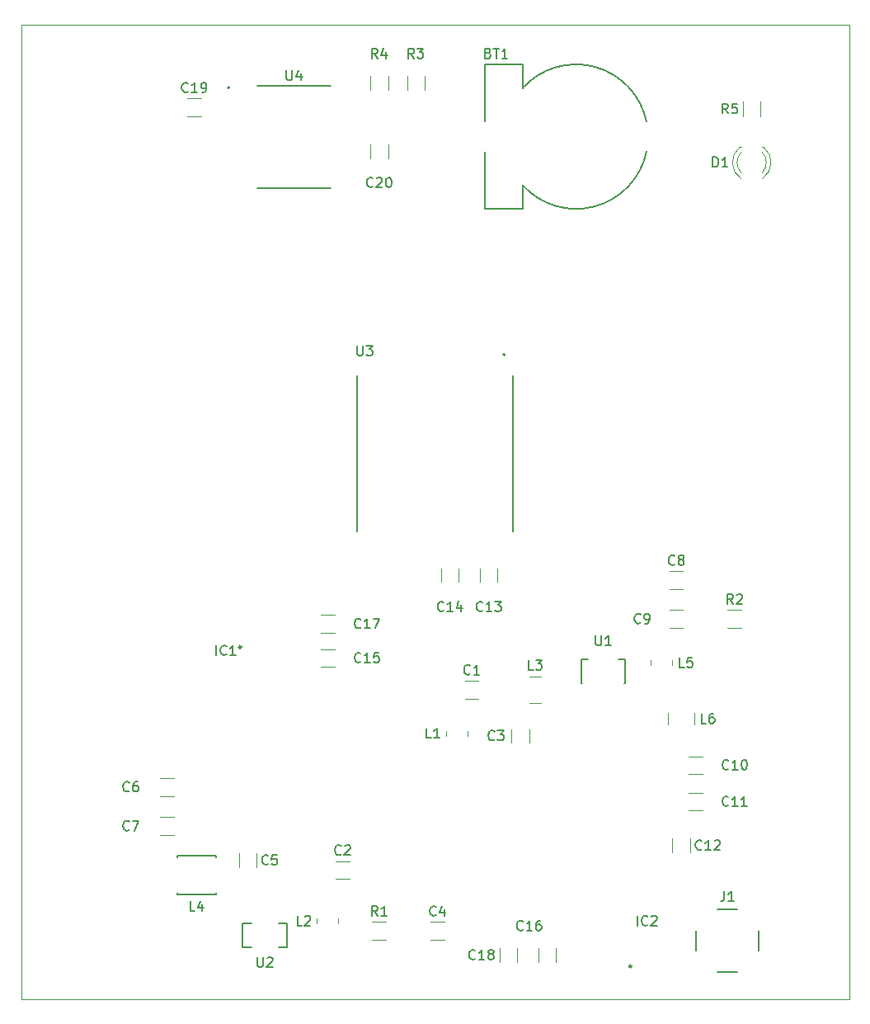
<source format=gbr>
%TF.GenerationSoftware,KiCad,Pcbnew,(6.0.7)*%
%TF.CreationDate,2022-10-30T05:00:52-05:00*%
%TF.ProjectId,GroundPCB,47726f75-6e64-4504-9342-2e6b69636164,1*%
%TF.SameCoordinates,Original*%
%TF.FileFunction,Legend,Top*%
%TF.FilePolarity,Positive*%
%FSLAX46Y46*%
G04 Gerber Fmt 4.6, Leading zero omitted, Abs format (unit mm)*
G04 Created by KiCad (PCBNEW (6.0.7)) date 2022-10-30 05:00:52*
%MOMM*%
%LPD*%
G01*
G04 APERTURE LIST*
%TA.AperFunction,Profile*%
%ADD10C,0.100000*%
%TD*%
%ADD11C,0.150000*%
%ADD12C,0.120000*%
%ADD13C,0.250000*%
%ADD14C,0.127000*%
%ADD15C,0.200000*%
%ADD16C,0.203200*%
G04 APERTURE END LIST*
D10*
X100000000Y-53500000D02*
X185000000Y-53500000D01*
X185000000Y-53500000D02*
X185000000Y-153500000D01*
X185000000Y-153500000D02*
X100000000Y-153500000D01*
X100000000Y-153500000D02*
X100000000Y-53500000D01*
D11*
%TO.C,L3*%
X152583333Y-119702380D02*
X152107142Y-119702380D01*
X152107142Y-118702380D01*
X152821428Y-118702380D02*
X153440476Y-118702380D01*
X153107142Y-119083333D01*
X153250000Y-119083333D01*
X153345238Y-119130952D01*
X153392857Y-119178571D01*
X153440476Y-119273809D01*
X153440476Y-119511904D01*
X153392857Y-119607142D01*
X153345238Y-119654761D01*
X153250000Y-119702380D01*
X152964285Y-119702380D01*
X152869047Y-119654761D01*
X152821428Y-119607142D01*
%TO.C,L1*%
X142083333Y-126702380D02*
X141607142Y-126702380D01*
X141607142Y-125702380D01*
X142940476Y-126702380D02*
X142369047Y-126702380D01*
X142654761Y-126702380D02*
X142654761Y-125702380D01*
X142559523Y-125845238D01*
X142464285Y-125940476D01*
X142369047Y-125988095D01*
%TO.C,C5*%
X125333333Y-139607142D02*
X125285714Y-139654761D01*
X125142857Y-139702380D01*
X125047619Y-139702380D01*
X124904761Y-139654761D01*
X124809523Y-139559523D01*
X124761904Y-139464285D01*
X124714285Y-139273809D01*
X124714285Y-139130952D01*
X124761904Y-138940476D01*
X124809523Y-138845238D01*
X124904761Y-138750000D01*
X125047619Y-138702380D01*
X125142857Y-138702380D01*
X125285714Y-138750000D01*
X125333333Y-138797619D01*
X126238095Y-138702380D02*
X125761904Y-138702380D01*
X125714285Y-139178571D01*
X125761904Y-139130952D01*
X125857142Y-139083333D01*
X126095238Y-139083333D01*
X126190476Y-139130952D01*
X126238095Y-139178571D01*
X126285714Y-139273809D01*
X126285714Y-139511904D01*
X126238095Y-139607142D01*
X126190476Y-139654761D01*
X126095238Y-139702380D01*
X125857142Y-139702380D01*
X125761904Y-139654761D01*
X125714285Y-139607142D01*
%TO.C,R2*%
X173083333Y-112952380D02*
X172750000Y-112476190D01*
X172511904Y-112952380D02*
X172511904Y-111952380D01*
X172892857Y-111952380D01*
X172988095Y-112000000D01*
X173035714Y-112047619D01*
X173083333Y-112142857D01*
X173083333Y-112285714D01*
X173035714Y-112380952D01*
X172988095Y-112428571D01*
X172892857Y-112476190D01*
X172511904Y-112476190D01*
X173464285Y-112047619D02*
X173511904Y-112000000D01*
X173607142Y-111952380D01*
X173845238Y-111952380D01*
X173940476Y-112000000D01*
X173988095Y-112047619D01*
X174035714Y-112142857D01*
X174035714Y-112238095D01*
X173988095Y-112380952D01*
X173416666Y-112952380D01*
X174035714Y-112952380D01*
%TO.C,R3*%
X140333333Y-56952380D02*
X140000000Y-56476190D01*
X139761904Y-56952380D02*
X139761904Y-55952380D01*
X140142857Y-55952380D01*
X140238095Y-56000000D01*
X140285714Y-56047619D01*
X140333333Y-56142857D01*
X140333333Y-56285714D01*
X140285714Y-56380952D01*
X140238095Y-56428571D01*
X140142857Y-56476190D01*
X139761904Y-56476190D01*
X140666666Y-55952380D02*
X141285714Y-55952380D01*
X140952380Y-56333333D01*
X141095238Y-56333333D01*
X141190476Y-56380952D01*
X141238095Y-56428571D01*
X141285714Y-56523809D01*
X141285714Y-56761904D01*
X141238095Y-56857142D01*
X141190476Y-56904761D01*
X141095238Y-56952380D01*
X140809523Y-56952380D01*
X140714285Y-56904761D01*
X140666666Y-56857142D01*
%TO.C,IC2*%
X163273809Y-145952380D02*
X163273809Y-144952380D01*
X164321428Y-145857142D02*
X164273809Y-145904761D01*
X164130952Y-145952380D01*
X164035714Y-145952380D01*
X163892857Y-145904761D01*
X163797619Y-145809523D01*
X163750000Y-145714285D01*
X163702380Y-145523809D01*
X163702380Y-145380952D01*
X163750000Y-145190476D01*
X163797619Y-145095238D01*
X163892857Y-145000000D01*
X164035714Y-144952380D01*
X164130952Y-144952380D01*
X164273809Y-145000000D01*
X164321428Y-145047619D01*
X164702380Y-145047619D02*
X164750000Y-145000000D01*
X164845238Y-144952380D01*
X165083333Y-144952380D01*
X165178571Y-145000000D01*
X165226190Y-145047619D01*
X165273809Y-145142857D01*
X165273809Y-145238095D01*
X165226190Y-145380952D01*
X164654761Y-145952380D01*
X165273809Y-145952380D01*
%TO.C,C10*%
X172607142Y-129857142D02*
X172559523Y-129904761D01*
X172416666Y-129952380D01*
X172321428Y-129952380D01*
X172178571Y-129904761D01*
X172083333Y-129809523D01*
X172035714Y-129714285D01*
X171988095Y-129523809D01*
X171988095Y-129380952D01*
X172035714Y-129190476D01*
X172083333Y-129095238D01*
X172178571Y-129000000D01*
X172321428Y-128952380D01*
X172416666Y-128952380D01*
X172559523Y-129000000D01*
X172607142Y-129047619D01*
X173559523Y-129952380D02*
X172988095Y-129952380D01*
X173273809Y-129952380D02*
X173273809Y-128952380D01*
X173178571Y-129095238D01*
X173083333Y-129190476D01*
X172988095Y-129238095D01*
X174178571Y-128952380D02*
X174273809Y-128952380D01*
X174369047Y-129000000D01*
X174416666Y-129047619D01*
X174464285Y-129142857D01*
X174511904Y-129333333D01*
X174511904Y-129571428D01*
X174464285Y-129761904D01*
X174416666Y-129857142D01*
X174369047Y-129904761D01*
X174273809Y-129952380D01*
X174178571Y-129952380D01*
X174083333Y-129904761D01*
X174035714Y-129857142D01*
X173988095Y-129761904D01*
X173940476Y-129571428D01*
X173940476Y-129333333D01*
X173988095Y-129142857D01*
X174035714Y-129047619D01*
X174083333Y-129000000D01*
X174178571Y-128952380D01*
%TO.C,L4*%
X117833333Y-144452380D02*
X117357142Y-144452380D01*
X117357142Y-143452380D01*
X118595238Y-143785714D02*
X118595238Y-144452380D01*
X118357142Y-143404761D02*
X118119047Y-144119047D01*
X118738095Y-144119047D01*
%TO.C,L5*%
X168083333Y-119452380D02*
X167607142Y-119452380D01*
X167607142Y-118452380D01*
X168892857Y-118452380D02*
X168416666Y-118452380D01*
X168369047Y-118928571D01*
X168416666Y-118880952D01*
X168511904Y-118833333D01*
X168750000Y-118833333D01*
X168845238Y-118880952D01*
X168892857Y-118928571D01*
X168940476Y-119023809D01*
X168940476Y-119261904D01*
X168892857Y-119357142D01*
X168845238Y-119404761D01*
X168750000Y-119452380D01*
X168511904Y-119452380D01*
X168416666Y-119404761D01*
X168369047Y-119357142D01*
%TO.C,C16*%
X151507142Y-146357142D02*
X151459523Y-146404761D01*
X151316666Y-146452380D01*
X151221428Y-146452380D01*
X151078571Y-146404761D01*
X150983333Y-146309523D01*
X150935714Y-146214285D01*
X150888095Y-146023809D01*
X150888095Y-145880952D01*
X150935714Y-145690476D01*
X150983333Y-145595238D01*
X151078571Y-145500000D01*
X151221428Y-145452380D01*
X151316666Y-145452380D01*
X151459523Y-145500000D01*
X151507142Y-145547619D01*
X152459523Y-146452380D02*
X151888095Y-146452380D01*
X152173809Y-146452380D02*
X152173809Y-145452380D01*
X152078571Y-145595238D01*
X151983333Y-145690476D01*
X151888095Y-145738095D01*
X153316666Y-145452380D02*
X153126190Y-145452380D01*
X153030952Y-145500000D01*
X152983333Y-145547619D01*
X152888095Y-145690476D01*
X152840476Y-145880952D01*
X152840476Y-146261904D01*
X152888095Y-146357142D01*
X152935714Y-146404761D01*
X153030952Y-146452380D01*
X153221428Y-146452380D01*
X153316666Y-146404761D01*
X153364285Y-146357142D01*
X153411904Y-146261904D01*
X153411904Y-146023809D01*
X153364285Y-145928571D01*
X153316666Y-145880952D01*
X153221428Y-145833333D01*
X153030952Y-145833333D01*
X152935714Y-145880952D01*
X152888095Y-145928571D01*
X152840476Y-146023809D01*
%TO.C,U1*%
X158988095Y-116202380D02*
X158988095Y-117011904D01*
X159035714Y-117107142D01*
X159083333Y-117154761D01*
X159178571Y-117202380D01*
X159369047Y-117202380D01*
X159464285Y-117154761D01*
X159511904Y-117107142D01*
X159559523Y-117011904D01*
X159559523Y-116202380D01*
X160559523Y-117202380D02*
X159988095Y-117202380D01*
X160273809Y-117202380D02*
X160273809Y-116202380D01*
X160178571Y-116345238D01*
X160083333Y-116440476D01*
X159988095Y-116488095D01*
%TO.C,C18*%
X146607142Y-149357142D02*
X146559523Y-149404761D01*
X146416666Y-149452380D01*
X146321428Y-149452380D01*
X146178571Y-149404761D01*
X146083333Y-149309523D01*
X146035714Y-149214285D01*
X145988095Y-149023809D01*
X145988095Y-148880952D01*
X146035714Y-148690476D01*
X146083333Y-148595238D01*
X146178571Y-148500000D01*
X146321428Y-148452380D01*
X146416666Y-148452380D01*
X146559523Y-148500000D01*
X146607142Y-148547619D01*
X147559523Y-149452380D02*
X146988095Y-149452380D01*
X147273809Y-149452380D02*
X147273809Y-148452380D01*
X147178571Y-148595238D01*
X147083333Y-148690476D01*
X146988095Y-148738095D01*
X148130952Y-148880952D02*
X148035714Y-148833333D01*
X147988095Y-148785714D01*
X147940476Y-148690476D01*
X147940476Y-148642857D01*
X147988095Y-148547619D01*
X148035714Y-148500000D01*
X148130952Y-148452380D01*
X148321428Y-148452380D01*
X148416666Y-148500000D01*
X148464285Y-148547619D01*
X148511904Y-148642857D01*
X148511904Y-148690476D01*
X148464285Y-148785714D01*
X148416666Y-148833333D01*
X148321428Y-148880952D01*
X148130952Y-148880952D01*
X148035714Y-148928571D01*
X147988095Y-148976190D01*
X147940476Y-149071428D01*
X147940476Y-149261904D01*
X147988095Y-149357142D01*
X148035714Y-149404761D01*
X148130952Y-149452380D01*
X148321428Y-149452380D01*
X148416666Y-149404761D01*
X148464285Y-149357142D01*
X148511904Y-149261904D01*
X148511904Y-149071428D01*
X148464285Y-148976190D01*
X148416666Y-148928571D01*
X148321428Y-148880952D01*
%TO.C,C17*%
X134857142Y-115357142D02*
X134809523Y-115404761D01*
X134666666Y-115452380D01*
X134571428Y-115452380D01*
X134428571Y-115404761D01*
X134333333Y-115309523D01*
X134285714Y-115214285D01*
X134238095Y-115023809D01*
X134238095Y-114880952D01*
X134285714Y-114690476D01*
X134333333Y-114595238D01*
X134428571Y-114500000D01*
X134571428Y-114452380D01*
X134666666Y-114452380D01*
X134809523Y-114500000D01*
X134857142Y-114547619D01*
X135809523Y-115452380D02*
X135238095Y-115452380D01*
X135523809Y-115452380D02*
X135523809Y-114452380D01*
X135428571Y-114595238D01*
X135333333Y-114690476D01*
X135238095Y-114738095D01*
X136142857Y-114452380D02*
X136809523Y-114452380D01*
X136380952Y-115452380D01*
%TO.C,C14*%
X143357142Y-113607142D02*
X143309523Y-113654761D01*
X143166666Y-113702380D01*
X143071428Y-113702380D01*
X142928571Y-113654761D01*
X142833333Y-113559523D01*
X142785714Y-113464285D01*
X142738095Y-113273809D01*
X142738095Y-113130952D01*
X142785714Y-112940476D01*
X142833333Y-112845238D01*
X142928571Y-112750000D01*
X143071428Y-112702380D01*
X143166666Y-112702380D01*
X143309523Y-112750000D01*
X143357142Y-112797619D01*
X144309523Y-113702380D02*
X143738095Y-113702380D01*
X144023809Y-113702380D02*
X144023809Y-112702380D01*
X143928571Y-112845238D01*
X143833333Y-112940476D01*
X143738095Y-112988095D01*
X145166666Y-113035714D02*
X145166666Y-113702380D01*
X144928571Y-112654761D02*
X144690476Y-113369047D01*
X145309523Y-113369047D01*
%TO.C,C15*%
X134857142Y-118857142D02*
X134809523Y-118904761D01*
X134666666Y-118952380D01*
X134571428Y-118952380D01*
X134428571Y-118904761D01*
X134333333Y-118809523D01*
X134285714Y-118714285D01*
X134238095Y-118523809D01*
X134238095Y-118380952D01*
X134285714Y-118190476D01*
X134333333Y-118095238D01*
X134428571Y-118000000D01*
X134571428Y-117952380D01*
X134666666Y-117952380D01*
X134809523Y-118000000D01*
X134857142Y-118047619D01*
X135809523Y-118952380D02*
X135238095Y-118952380D01*
X135523809Y-118952380D02*
X135523809Y-117952380D01*
X135428571Y-118095238D01*
X135333333Y-118190476D01*
X135238095Y-118238095D01*
X136714285Y-117952380D02*
X136238095Y-117952380D01*
X136190476Y-118428571D01*
X136238095Y-118380952D01*
X136333333Y-118333333D01*
X136571428Y-118333333D01*
X136666666Y-118380952D01*
X136714285Y-118428571D01*
X136761904Y-118523809D01*
X136761904Y-118761904D01*
X136714285Y-118857142D01*
X136666666Y-118904761D01*
X136571428Y-118952380D01*
X136333333Y-118952380D01*
X136238095Y-118904761D01*
X136190476Y-118857142D01*
%TO.C,C19*%
X117107142Y-60357142D02*
X117059523Y-60404761D01*
X116916666Y-60452380D01*
X116821428Y-60452380D01*
X116678571Y-60404761D01*
X116583333Y-60309523D01*
X116535714Y-60214285D01*
X116488095Y-60023809D01*
X116488095Y-59880952D01*
X116535714Y-59690476D01*
X116583333Y-59595238D01*
X116678571Y-59500000D01*
X116821428Y-59452380D01*
X116916666Y-59452380D01*
X117059523Y-59500000D01*
X117107142Y-59547619D01*
X118059523Y-60452380D02*
X117488095Y-60452380D01*
X117773809Y-60452380D02*
X117773809Y-59452380D01*
X117678571Y-59595238D01*
X117583333Y-59690476D01*
X117488095Y-59738095D01*
X118535714Y-60452380D02*
X118726190Y-60452380D01*
X118821428Y-60404761D01*
X118869047Y-60357142D01*
X118964285Y-60214285D01*
X119011904Y-60023809D01*
X119011904Y-59642857D01*
X118964285Y-59547619D01*
X118916666Y-59500000D01*
X118821428Y-59452380D01*
X118630952Y-59452380D01*
X118535714Y-59500000D01*
X118488095Y-59547619D01*
X118440476Y-59642857D01*
X118440476Y-59880952D01*
X118488095Y-59976190D01*
X118535714Y-60023809D01*
X118630952Y-60071428D01*
X118821428Y-60071428D01*
X118916666Y-60023809D01*
X118964285Y-59976190D01*
X119011904Y-59880952D01*
%TO.C,U4*%
X127238095Y-58202380D02*
X127238095Y-59011904D01*
X127285714Y-59107142D01*
X127333333Y-59154761D01*
X127428571Y-59202380D01*
X127619047Y-59202380D01*
X127714285Y-59154761D01*
X127761904Y-59107142D01*
X127809523Y-59011904D01*
X127809523Y-58202380D01*
X128714285Y-58535714D02*
X128714285Y-59202380D01*
X128476190Y-58154761D02*
X128238095Y-58869047D01*
X128857142Y-58869047D01*
%TO.C,C4*%
X142583333Y-144857142D02*
X142535714Y-144904761D01*
X142392857Y-144952380D01*
X142297619Y-144952380D01*
X142154761Y-144904761D01*
X142059523Y-144809523D01*
X142011904Y-144714285D01*
X141964285Y-144523809D01*
X141964285Y-144380952D01*
X142011904Y-144190476D01*
X142059523Y-144095238D01*
X142154761Y-144000000D01*
X142297619Y-143952380D01*
X142392857Y-143952380D01*
X142535714Y-144000000D01*
X142583333Y-144047619D01*
X143440476Y-144285714D02*
X143440476Y-144952380D01*
X143202380Y-143904761D02*
X142964285Y-144619047D01*
X143583333Y-144619047D01*
%TO.C,C1*%
X146083333Y-120107142D02*
X146035714Y-120154761D01*
X145892857Y-120202380D01*
X145797619Y-120202380D01*
X145654761Y-120154761D01*
X145559523Y-120059523D01*
X145511904Y-119964285D01*
X145464285Y-119773809D01*
X145464285Y-119630952D01*
X145511904Y-119440476D01*
X145559523Y-119345238D01*
X145654761Y-119250000D01*
X145797619Y-119202380D01*
X145892857Y-119202380D01*
X146035714Y-119250000D01*
X146083333Y-119297619D01*
X147035714Y-120202380D02*
X146464285Y-120202380D01*
X146750000Y-120202380D02*
X146750000Y-119202380D01*
X146654761Y-119345238D01*
X146559523Y-119440476D01*
X146464285Y-119488095D01*
%TO.C,C20*%
X136107142Y-70107142D02*
X136059523Y-70154761D01*
X135916666Y-70202380D01*
X135821428Y-70202380D01*
X135678571Y-70154761D01*
X135583333Y-70059523D01*
X135535714Y-69964285D01*
X135488095Y-69773809D01*
X135488095Y-69630952D01*
X135535714Y-69440476D01*
X135583333Y-69345238D01*
X135678571Y-69250000D01*
X135821428Y-69202380D01*
X135916666Y-69202380D01*
X136059523Y-69250000D01*
X136107142Y-69297619D01*
X136488095Y-69297619D02*
X136535714Y-69250000D01*
X136630952Y-69202380D01*
X136869047Y-69202380D01*
X136964285Y-69250000D01*
X137011904Y-69297619D01*
X137059523Y-69392857D01*
X137059523Y-69488095D01*
X137011904Y-69630952D01*
X136440476Y-70202380D01*
X137059523Y-70202380D01*
X137678571Y-69202380D02*
X137773809Y-69202380D01*
X137869047Y-69250000D01*
X137916666Y-69297619D01*
X137964285Y-69392857D01*
X138011904Y-69583333D01*
X138011904Y-69821428D01*
X137964285Y-70011904D01*
X137916666Y-70107142D01*
X137869047Y-70154761D01*
X137773809Y-70202380D01*
X137678571Y-70202380D01*
X137583333Y-70154761D01*
X137535714Y-70107142D01*
X137488095Y-70011904D01*
X137440476Y-69821428D01*
X137440476Y-69583333D01*
X137488095Y-69392857D01*
X137535714Y-69297619D01*
X137583333Y-69250000D01*
X137678571Y-69202380D01*
%TO.C,C2*%
X132833333Y-138607142D02*
X132785714Y-138654761D01*
X132642857Y-138702380D01*
X132547619Y-138702380D01*
X132404761Y-138654761D01*
X132309523Y-138559523D01*
X132261904Y-138464285D01*
X132214285Y-138273809D01*
X132214285Y-138130952D01*
X132261904Y-137940476D01*
X132309523Y-137845238D01*
X132404761Y-137750000D01*
X132547619Y-137702380D01*
X132642857Y-137702380D01*
X132785714Y-137750000D01*
X132833333Y-137797619D01*
X133214285Y-137797619D02*
X133261904Y-137750000D01*
X133357142Y-137702380D01*
X133595238Y-137702380D01*
X133690476Y-137750000D01*
X133738095Y-137797619D01*
X133785714Y-137892857D01*
X133785714Y-137988095D01*
X133738095Y-138130952D01*
X133166666Y-138702380D01*
X133785714Y-138702380D01*
%TO.C,C6*%
X111083333Y-132107142D02*
X111035714Y-132154761D01*
X110892857Y-132202380D01*
X110797619Y-132202380D01*
X110654761Y-132154761D01*
X110559523Y-132059523D01*
X110511904Y-131964285D01*
X110464285Y-131773809D01*
X110464285Y-131630952D01*
X110511904Y-131440476D01*
X110559523Y-131345238D01*
X110654761Y-131250000D01*
X110797619Y-131202380D01*
X110892857Y-131202380D01*
X111035714Y-131250000D01*
X111083333Y-131297619D01*
X111940476Y-131202380D02*
X111750000Y-131202380D01*
X111654761Y-131250000D01*
X111607142Y-131297619D01*
X111511904Y-131440476D01*
X111464285Y-131630952D01*
X111464285Y-132011904D01*
X111511904Y-132107142D01*
X111559523Y-132154761D01*
X111654761Y-132202380D01*
X111845238Y-132202380D01*
X111940476Y-132154761D01*
X111988095Y-132107142D01*
X112035714Y-132011904D01*
X112035714Y-131773809D01*
X111988095Y-131678571D01*
X111940476Y-131630952D01*
X111845238Y-131583333D01*
X111654761Y-131583333D01*
X111559523Y-131630952D01*
X111511904Y-131678571D01*
X111464285Y-131773809D01*
%TO.C,C8*%
X167083333Y-108857142D02*
X167035714Y-108904761D01*
X166892857Y-108952380D01*
X166797619Y-108952380D01*
X166654761Y-108904761D01*
X166559523Y-108809523D01*
X166511904Y-108714285D01*
X166464285Y-108523809D01*
X166464285Y-108380952D01*
X166511904Y-108190476D01*
X166559523Y-108095238D01*
X166654761Y-108000000D01*
X166797619Y-107952380D01*
X166892857Y-107952380D01*
X167035714Y-108000000D01*
X167083333Y-108047619D01*
X167654761Y-108380952D02*
X167559523Y-108333333D01*
X167511904Y-108285714D01*
X167464285Y-108190476D01*
X167464285Y-108142857D01*
X167511904Y-108047619D01*
X167559523Y-108000000D01*
X167654761Y-107952380D01*
X167845238Y-107952380D01*
X167940476Y-108000000D01*
X167988095Y-108047619D01*
X168035714Y-108142857D01*
X168035714Y-108190476D01*
X167988095Y-108285714D01*
X167940476Y-108333333D01*
X167845238Y-108380952D01*
X167654761Y-108380952D01*
X167559523Y-108428571D01*
X167511904Y-108476190D01*
X167464285Y-108571428D01*
X167464285Y-108761904D01*
X167511904Y-108857142D01*
X167559523Y-108904761D01*
X167654761Y-108952380D01*
X167845238Y-108952380D01*
X167940476Y-108904761D01*
X167988095Y-108857142D01*
X168035714Y-108761904D01*
X168035714Y-108571428D01*
X167988095Y-108476190D01*
X167940476Y-108428571D01*
X167845238Y-108380952D01*
%TO.C,J1*%
X172166666Y-142452380D02*
X172166666Y-143166666D01*
X172119047Y-143309523D01*
X172023809Y-143404761D01*
X171880952Y-143452380D01*
X171785714Y-143452380D01*
X173166666Y-143452380D02*
X172595238Y-143452380D01*
X172880952Y-143452380D02*
X172880952Y-142452380D01*
X172785714Y-142595238D01*
X172690476Y-142690476D01*
X172595238Y-142738095D01*
%TO.C,R1*%
X136583333Y-144952380D02*
X136250000Y-144476190D01*
X136011904Y-144952380D02*
X136011904Y-143952380D01*
X136392857Y-143952380D01*
X136488095Y-144000000D01*
X136535714Y-144047619D01*
X136583333Y-144142857D01*
X136583333Y-144285714D01*
X136535714Y-144380952D01*
X136488095Y-144428571D01*
X136392857Y-144476190D01*
X136011904Y-144476190D01*
X137535714Y-144952380D02*
X136964285Y-144952380D01*
X137250000Y-144952380D02*
X137250000Y-143952380D01*
X137154761Y-144095238D01*
X137059523Y-144190476D01*
X136964285Y-144238095D01*
%TO.C,D1*%
X171011904Y-68103630D02*
X171011904Y-67103630D01*
X171250000Y-67103630D01*
X171392857Y-67151250D01*
X171488095Y-67246488D01*
X171535714Y-67341726D01*
X171583333Y-67532202D01*
X171583333Y-67675059D01*
X171535714Y-67865535D01*
X171488095Y-67960773D01*
X171392857Y-68056011D01*
X171250000Y-68103630D01*
X171011904Y-68103630D01*
X172535714Y-68103630D02*
X171964285Y-68103630D01*
X172250000Y-68103630D02*
X172250000Y-67103630D01*
X172154761Y-67246488D01*
X172059523Y-67341726D01*
X171964285Y-67389345D01*
%TO.C,C13*%
X147357142Y-113607142D02*
X147309523Y-113654761D01*
X147166666Y-113702380D01*
X147071428Y-113702380D01*
X146928571Y-113654761D01*
X146833333Y-113559523D01*
X146785714Y-113464285D01*
X146738095Y-113273809D01*
X146738095Y-113130952D01*
X146785714Y-112940476D01*
X146833333Y-112845238D01*
X146928571Y-112750000D01*
X147071428Y-112702380D01*
X147166666Y-112702380D01*
X147309523Y-112750000D01*
X147357142Y-112797619D01*
X148309523Y-113702380D02*
X147738095Y-113702380D01*
X148023809Y-113702380D02*
X148023809Y-112702380D01*
X147928571Y-112845238D01*
X147833333Y-112940476D01*
X147738095Y-112988095D01*
X148642857Y-112702380D02*
X149261904Y-112702380D01*
X148928571Y-113083333D01*
X149071428Y-113083333D01*
X149166666Y-113130952D01*
X149214285Y-113178571D01*
X149261904Y-113273809D01*
X149261904Y-113511904D01*
X149214285Y-113607142D01*
X149166666Y-113654761D01*
X149071428Y-113702380D01*
X148785714Y-113702380D01*
X148690476Y-113654761D01*
X148642857Y-113607142D01*
%TO.C,U3*%
X134488095Y-86452380D02*
X134488095Y-87261904D01*
X134535714Y-87357142D01*
X134583333Y-87404761D01*
X134678571Y-87452380D01*
X134869047Y-87452380D01*
X134964285Y-87404761D01*
X135011904Y-87357142D01*
X135059523Y-87261904D01*
X135059523Y-86452380D01*
X135440476Y-86452380D02*
X136059523Y-86452380D01*
X135726190Y-86833333D01*
X135869047Y-86833333D01*
X135964285Y-86880952D01*
X136011904Y-86928571D01*
X136059523Y-87023809D01*
X136059523Y-87261904D01*
X136011904Y-87357142D01*
X135964285Y-87404761D01*
X135869047Y-87452380D01*
X135583333Y-87452380D01*
X135488095Y-87404761D01*
X135440476Y-87357142D01*
%TO.C,L6*%
X170333333Y-125202380D02*
X169857142Y-125202380D01*
X169857142Y-124202380D01*
X171095238Y-124202380D02*
X170904761Y-124202380D01*
X170809523Y-124250000D01*
X170761904Y-124297619D01*
X170666666Y-124440476D01*
X170619047Y-124630952D01*
X170619047Y-125011904D01*
X170666666Y-125107142D01*
X170714285Y-125154761D01*
X170809523Y-125202380D01*
X171000000Y-125202380D01*
X171095238Y-125154761D01*
X171142857Y-125107142D01*
X171190476Y-125011904D01*
X171190476Y-124773809D01*
X171142857Y-124678571D01*
X171095238Y-124630952D01*
X171000000Y-124583333D01*
X170809523Y-124583333D01*
X170714285Y-124630952D01*
X170666666Y-124678571D01*
X170619047Y-124773809D01*
%TO.C,C12*%
X169857142Y-138107142D02*
X169809523Y-138154761D01*
X169666666Y-138202380D01*
X169571428Y-138202380D01*
X169428571Y-138154761D01*
X169333333Y-138059523D01*
X169285714Y-137964285D01*
X169238095Y-137773809D01*
X169238095Y-137630952D01*
X169285714Y-137440476D01*
X169333333Y-137345238D01*
X169428571Y-137250000D01*
X169571428Y-137202380D01*
X169666666Y-137202380D01*
X169809523Y-137250000D01*
X169857142Y-137297619D01*
X170809523Y-138202380D02*
X170238095Y-138202380D01*
X170523809Y-138202380D02*
X170523809Y-137202380D01*
X170428571Y-137345238D01*
X170333333Y-137440476D01*
X170238095Y-137488095D01*
X171190476Y-137297619D02*
X171238095Y-137250000D01*
X171333333Y-137202380D01*
X171571428Y-137202380D01*
X171666666Y-137250000D01*
X171714285Y-137297619D01*
X171761904Y-137392857D01*
X171761904Y-137488095D01*
X171714285Y-137630952D01*
X171142857Y-138202380D01*
X171761904Y-138202380D01*
%TO.C,R5*%
X172583333Y-62608630D02*
X172250000Y-62132440D01*
X172011904Y-62608630D02*
X172011904Y-61608630D01*
X172392857Y-61608630D01*
X172488095Y-61656250D01*
X172535714Y-61703869D01*
X172583333Y-61799107D01*
X172583333Y-61941964D01*
X172535714Y-62037202D01*
X172488095Y-62084821D01*
X172392857Y-62132440D01*
X172011904Y-62132440D01*
X173488095Y-61608630D02*
X173011904Y-61608630D01*
X172964285Y-62084821D01*
X173011904Y-62037202D01*
X173107142Y-61989583D01*
X173345238Y-61989583D01*
X173440476Y-62037202D01*
X173488095Y-62084821D01*
X173535714Y-62180059D01*
X173535714Y-62418154D01*
X173488095Y-62513392D01*
X173440476Y-62561011D01*
X173345238Y-62608630D01*
X173107142Y-62608630D01*
X173011904Y-62561011D01*
X172964285Y-62513392D01*
%TO.C,R4*%
X136583333Y-56952380D02*
X136250000Y-56476190D01*
X136011904Y-56952380D02*
X136011904Y-55952380D01*
X136392857Y-55952380D01*
X136488095Y-56000000D01*
X136535714Y-56047619D01*
X136583333Y-56142857D01*
X136583333Y-56285714D01*
X136535714Y-56380952D01*
X136488095Y-56428571D01*
X136392857Y-56476190D01*
X136011904Y-56476190D01*
X137440476Y-56285714D02*
X137440476Y-56952380D01*
X137202380Y-55904761D02*
X136964285Y-56619047D01*
X137583333Y-56619047D01*
%TO.C,BT1*%
X147964285Y-56428571D02*
X148107142Y-56476190D01*
X148154761Y-56523809D01*
X148202380Y-56619047D01*
X148202380Y-56761904D01*
X148154761Y-56857142D01*
X148107142Y-56904761D01*
X148011904Y-56952380D01*
X147630952Y-56952380D01*
X147630952Y-55952380D01*
X147964285Y-55952380D01*
X148059523Y-56000000D01*
X148107142Y-56047619D01*
X148154761Y-56142857D01*
X148154761Y-56238095D01*
X148107142Y-56333333D01*
X148059523Y-56380952D01*
X147964285Y-56428571D01*
X147630952Y-56428571D01*
X148488095Y-55952380D02*
X149059523Y-55952380D01*
X148773809Y-56952380D02*
X148773809Y-55952380D01*
X149916666Y-56952380D02*
X149345238Y-56952380D01*
X149630952Y-56952380D02*
X149630952Y-55952380D01*
X149535714Y-56095238D01*
X149440476Y-56190476D01*
X149345238Y-56238095D01*
%TO.C,L2*%
X128833333Y-145952380D02*
X128357142Y-145952380D01*
X128357142Y-144952380D01*
X129119047Y-145047619D02*
X129166666Y-145000000D01*
X129261904Y-144952380D01*
X129500000Y-144952380D01*
X129595238Y-145000000D01*
X129642857Y-145047619D01*
X129690476Y-145142857D01*
X129690476Y-145238095D01*
X129642857Y-145380952D01*
X129071428Y-145952380D01*
X129690476Y-145952380D01*
%TO.C,C3*%
X148583333Y-126857142D02*
X148535714Y-126904761D01*
X148392857Y-126952380D01*
X148297619Y-126952380D01*
X148154761Y-126904761D01*
X148059523Y-126809523D01*
X148011904Y-126714285D01*
X147964285Y-126523809D01*
X147964285Y-126380952D01*
X148011904Y-126190476D01*
X148059523Y-126095238D01*
X148154761Y-126000000D01*
X148297619Y-125952380D01*
X148392857Y-125952380D01*
X148535714Y-126000000D01*
X148583333Y-126047619D01*
X148916666Y-125952380D02*
X149535714Y-125952380D01*
X149202380Y-126333333D01*
X149345238Y-126333333D01*
X149440476Y-126380952D01*
X149488095Y-126428571D01*
X149535714Y-126523809D01*
X149535714Y-126761904D01*
X149488095Y-126857142D01*
X149440476Y-126904761D01*
X149345238Y-126952380D01*
X149059523Y-126952380D01*
X148964285Y-126904761D01*
X148916666Y-126857142D01*
%TO.C,C7*%
X111083333Y-136107142D02*
X111035714Y-136154761D01*
X110892857Y-136202380D01*
X110797619Y-136202380D01*
X110654761Y-136154761D01*
X110559523Y-136059523D01*
X110511904Y-135964285D01*
X110464285Y-135773809D01*
X110464285Y-135630952D01*
X110511904Y-135440476D01*
X110559523Y-135345238D01*
X110654761Y-135250000D01*
X110797619Y-135202380D01*
X110892857Y-135202380D01*
X111035714Y-135250000D01*
X111083333Y-135297619D01*
X111416666Y-135202380D02*
X112083333Y-135202380D01*
X111654761Y-136202380D01*
%TO.C,C9*%
X163583333Y-114857142D02*
X163535714Y-114904761D01*
X163392857Y-114952380D01*
X163297619Y-114952380D01*
X163154761Y-114904761D01*
X163059523Y-114809523D01*
X163011904Y-114714285D01*
X162964285Y-114523809D01*
X162964285Y-114380952D01*
X163011904Y-114190476D01*
X163059523Y-114095238D01*
X163154761Y-114000000D01*
X163297619Y-113952380D01*
X163392857Y-113952380D01*
X163535714Y-114000000D01*
X163583333Y-114047619D01*
X164059523Y-114952380D02*
X164250000Y-114952380D01*
X164345238Y-114904761D01*
X164392857Y-114857142D01*
X164488095Y-114714285D01*
X164535714Y-114523809D01*
X164535714Y-114142857D01*
X164488095Y-114047619D01*
X164440476Y-114000000D01*
X164345238Y-113952380D01*
X164154761Y-113952380D01*
X164059523Y-114000000D01*
X164011904Y-114047619D01*
X163964285Y-114142857D01*
X163964285Y-114380952D01*
X164011904Y-114476190D01*
X164059523Y-114523809D01*
X164154761Y-114571428D01*
X164345238Y-114571428D01*
X164440476Y-114523809D01*
X164488095Y-114476190D01*
X164535714Y-114380952D01*
%TO.C,IC1*%
X120023809Y-118202380D02*
X120023809Y-117202380D01*
X121071428Y-118107142D02*
X121023809Y-118154761D01*
X120880952Y-118202380D01*
X120785714Y-118202380D01*
X120642857Y-118154761D01*
X120547619Y-118059523D01*
X120500000Y-117964285D01*
X120452380Y-117773809D01*
X120452380Y-117630952D01*
X120500000Y-117440476D01*
X120547619Y-117345238D01*
X120642857Y-117250000D01*
X120785714Y-117202380D01*
X120880952Y-117202380D01*
X121023809Y-117250000D01*
X121071428Y-117297619D01*
X122023809Y-118202380D02*
X121452380Y-118202380D01*
X121738095Y-118202380D02*
X121738095Y-117202380D01*
X121642857Y-117345238D01*
X121547619Y-117440476D01*
X121452380Y-117488095D01*
%TO.C,C11*%
X172607142Y-133607142D02*
X172559523Y-133654761D01*
X172416666Y-133702380D01*
X172321428Y-133702380D01*
X172178571Y-133654761D01*
X172083333Y-133559523D01*
X172035714Y-133464285D01*
X171988095Y-133273809D01*
X171988095Y-133130952D01*
X172035714Y-132940476D01*
X172083333Y-132845238D01*
X172178571Y-132750000D01*
X172321428Y-132702380D01*
X172416666Y-132702380D01*
X172559523Y-132750000D01*
X172607142Y-132797619D01*
X173559523Y-133702380D02*
X172988095Y-133702380D01*
X173273809Y-133702380D02*
X173273809Y-132702380D01*
X173178571Y-132845238D01*
X173083333Y-132940476D01*
X172988095Y-132988095D01*
X174511904Y-133702380D02*
X173940476Y-133702380D01*
X174226190Y-133702380D02*
X174226190Y-132702380D01*
X174130952Y-132845238D01*
X174035714Y-132940476D01*
X173940476Y-132988095D01*
%TO.C,U2*%
X124238095Y-149202380D02*
X124238095Y-150011904D01*
X124285714Y-150107142D01*
X124333333Y-150154761D01*
X124428571Y-150202380D01*
X124619047Y-150202380D01*
X124714285Y-150154761D01*
X124761904Y-150107142D01*
X124809523Y-150011904D01*
X124809523Y-149202380D01*
X125238095Y-149297619D02*
X125285714Y-149250000D01*
X125380952Y-149202380D01*
X125619047Y-149202380D01*
X125714285Y-149250000D01*
X125761904Y-149297619D01*
X125809523Y-149392857D01*
X125809523Y-149488095D01*
X125761904Y-149630952D01*
X125190476Y-150202380D01*
X125809523Y-150202380D01*
D12*
%TO.C,L3*%
X152147936Y-123110000D02*
X153352064Y-123110000D01*
X152147936Y-120390000D02*
X153352064Y-120390000D01*
%TO.C,L1*%
X145860000Y-125988748D02*
X145860000Y-126511252D01*
X143640000Y-125988748D02*
X143640000Y-126511252D01*
%TO.C,C5*%
X124160000Y-139961252D02*
X124160000Y-138538748D01*
X122340000Y-139961252D02*
X122340000Y-138538748D01*
%TO.C,R2*%
X172522936Y-115410000D02*
X173977064Y-115410000D01*
X172522936Y-113590000D02*
X173977064Y-113590000D01*
%TO.C,R3*%
X139615000Y-58772936D02*
X139615000Y-60227064D01*
X141435000Y-58772936D02*
X141435000Y-60227064D01*
D13*
%TO.C,IC2*%
X162665000Y-150140000D02*
G75*
G03*
X162665000Y-150140000I-125000J0D01*
G01*
D12*
%TO.C,C10*%
X168538748Y-130410000D02*
X169961252Y-130410000D01*
X168538748Y-128590000D02*
X169961252Y-128590000D01*
D14*
%TO.C,L4*%
X116000000Y-142750000D02*
X120000000Y-142750000D01*
X116000000Y-138750000D02*
X116000000Y-138930000D01*
X120000000Y-142750000D02*
X120000000Y-142570000D01*
X116000000Y-142750000D02*
X116000000Y-142570000D01*
X120000000Y-138750000D02*
X120000000Y-138930000D01*
X116000000Y-138750000D02*
X120000000Y-138750000D01*
D12*
%TO.C,L5*%
X166860000Y-118738748D02*
X166860000Y-119261252D01*
X164640000Y-118738748D02*
X164640000Y-119261252D01*
%TO.C,C16*%
X153090000Y-149711252D02*
X153090000Y-148288748D01*
X154910000Y-149711252D02*
X154910000Y-148288748D01*
D14*
%TO.C,U1*%
X157505000Y-118654000D02*
X157505000Y-121094000D01*
X157505000Y-118654000D02*
X158152500Y-118654000D01*
X157505000Y-121094000D02*
X157632500Y-121094000D01*
X162000000Y-121094000D02*
X162000000Y-118654000D01*
X162000000Y-118654000D02*
X161352500Y-118654000D01*
X161872500Y-121094000D02*
X162000000Y-121094000D01*
D12*
%TO.C,C18*%
X149090000Y-149711252D02*
X149090000Y-148288748D01*
X150910000Y-149711252D02*
X150910000Y-148288748D01*
%TO.C,C17*%
X130788748Y-114090000D02*
X132211252Y-114090000D01*
X130788748Y-115910000D02*
X132211252Y-115910000D01*
%TO.C,C14*%
X143090000Y-110711252D02*
X143090000Y-109288748D01*
X144910000Y-110711252D02*
X144910000Y-109288748D01*
%TO.C,C15*%
X130788748Y-119410000D02*
X132211252Y-119410000D01*
X130788748Y-117590000D02*
X132211252Y-117590000D01*
%TO.C,C19*%
X117038748Y-61090000D02*
X118461252Y-61090000D01*
X117038748Y-62910000D02*
X118461252Y-62910000D01*
D15*
%TO.C,U4*%
X121395000Y-59965000D02*
G75*
G03*
X121395000Y-59965000I-100000J0D01*
G01*
D14*
X124200000Y-59750000D02*
X131800000Y-59750000D01*
X124200000Y-70250000D02*
X131800000Y-70250000D01*
D12*
%TO.C,C4*%
X142038748Y-147410000D02*
X143461252Y-147410000D01*
X142038748Y-145590000D02*
X143461252Y-145590000D01*
%TO.C,C1*%
X145538748Y-122660000D02*
X146961252Y-122660000D01*
X145538748Y-120840000D02*
X146961252Y-120840000D01*
%TO.C,C20*%
X135865000Y-65788748D02*
X135865000Y-67211252D01*
X137685000Y-65788748D02*
X137685000Y-67211252D01*
%TO.C,C2*%
X133711252Y-139340000D02*
X132288748Y-139340000D01*
X133711252Y-141160000D02*
X132288748Y-141160000D01*
%TO.C,C6*%
X115711252Y-130840000D02*
X114288748Y-130840000D01*
X115711252Y-132660000D02*
X114288748Y-132660000D01*
%TO.C,C8*%
X166538748Y-111410000D02*
X167961252Y-111410000D01*
X166538748Y-109590000D02*
X167961252Y-109590000D01*
D14*
%TO.C,J1*%
X175700000Y-146500000D02*
X175700000Y-148500000D01*
X171500000Y-144300000D02*
X173500000Y-144300000D01*
X169300000Y-148500000D02*
X169300000Y-146500000D01*
X173500000Y-150700000D02*
X171500000Y-150700000D01*
D12*
%TO.C,R1*%
X136022936Y-147410000D02*
X137477064Y-147410000D01*
X136022936Y-145590000D02*
X137477064Y-145590000D01*
%TO.C,D1*%
X173920000Y-66091250D02*
X173764000Y-66091250D01*
X176236000Y-66091250D02*
X176080000Y-66091250D01*
X176079837Y-68692380D02*
G75*
G03*
X176080000Y-66610289I-1079837J1041130D01*
G01*
X173764484Y-66091250D02*
G75*
G03*
X173921392Y-69323585I1235516J-1560000D01*
G01*
X176078608Y-69323585D02*
G75*
G03*
X176235516Y-66091250I-1078608J1672335D01*
G01*
X173920000Y-66610289D02*
G75*
G03*
X173920163Y-68692380I1080000J-1040961D01*
G01*
%TO.C,C13*%
X147090000Y-110711252D02*
X147090000Y-109288748D01*
X148910000Y-110711252D02*
X148910000Y-109288748D01*
D15*
%TO.C,U3*%
X149665000Y-87365000D02*
G75*
G03*
X149665000Y-87365000I-100000J0D01*
G01*
D14*
X150500000Y-89500000D02*
X150500000Y-105500000D01*
X134500000Y-105500000D02*
X134500000Y-89500000D01*
D12*
%TO.C,L6*%
X166390000Y-124147936D02*
X166390000Y-125352064D01*
X169110000Y-124147936D02*
X169110000Y-125352064D01*
%TO.C,C12*%
X168660000Y-137038748D02*
X168660000Y-138461252D01*
X166840000Y-137038748D02*
X166840000Y-138461252D01*
%TO.C,R5*%
X175910000Y-62883314D02*
X175910000Y-61429186D01*
X174090000Y-62883314D02*
X174090000Y-61429186D01*
%TO.C,R4*%
X135865000Y-58772936D02*
X135865000Y-60227064D01*
X137685000Y-58772936D02*
X137685000Y-60227064D01*
D14*
%TO.C,BT1*%
X147625000Y-57600000D02*
X151475000Y-57600000D01*
X151475000Y-72400000D02*
X147625000Y-72400000D01*
X147625000Y-72400000D02*
X147625000Y-66550000D01*
X151475000Y-69925000D02*
X151475000Y-72400000D01*
X147625000Y-57600000D02*
X147625000Y-63450000D01*
X151475000Y-57600000D02*
X151475000Y-60025000D01*
X164200001Y-63475001D02*
G75*
G03*
X151475000Y-60025000I-7236697J-1499390D01*
G01*
X151475000Y-69975000D02*
G75*
G03*
X164200001Y-66524999I5488304J4949391D01*
G01*
D12*
%TO.C,L2*%
X132535000Y-145238748D02*
X132535000Y-145761252D01*
X130315000Y-145238748D02*
X130315000Y-145761252D01*
%TO.C,C3*%
X150340000Y-125788748D02*
X150340000Y-127211252D01*
X152160000Y-125788748D02*
X152160000Y-127211252D01*
%TO.C,C7*%
X115711252Y-134840000D02*
X114288748Y-134840000D01*
X115711252Y-136660000D02*
X114288748Y-136660000D01*
%TO.C,C9*%
X166538748Y-113590000D02*
X167961252Y-113590000D01*
X166538748Y-115410000D02*
X167961252Y-115410000D01*
D13*
%TO.C,IC1*%
X122585000Y-117365000D02*
G75*
G03*
X122585000Y-117365000I-125000J0D01*
G01*
D12*
%TO.C,C11*%
X168538748Y-132340000D02*
X169961252Y-132340000D01*
X168538748Y-134160000D02*
X169961252Y-134160000D01*
D16*
%TO.C,U2*%
X123603000Y-148159000D02*
X122714000Y-148159000D01*
X127311400Y-148184400D02*
X126397000Y-148184400D01*
X127311400Y-145746000D02*
X126397000Y-145746000D01*
X122714000Y-145720600D02*
X123628400Y-145720600D01*
X122714000Y-148159000D02*
X122714000Y-145720600D01*
X127311400Y-148184400D02*
X127311400Y-145746000D01*
%TD*%
M02*

</source>
